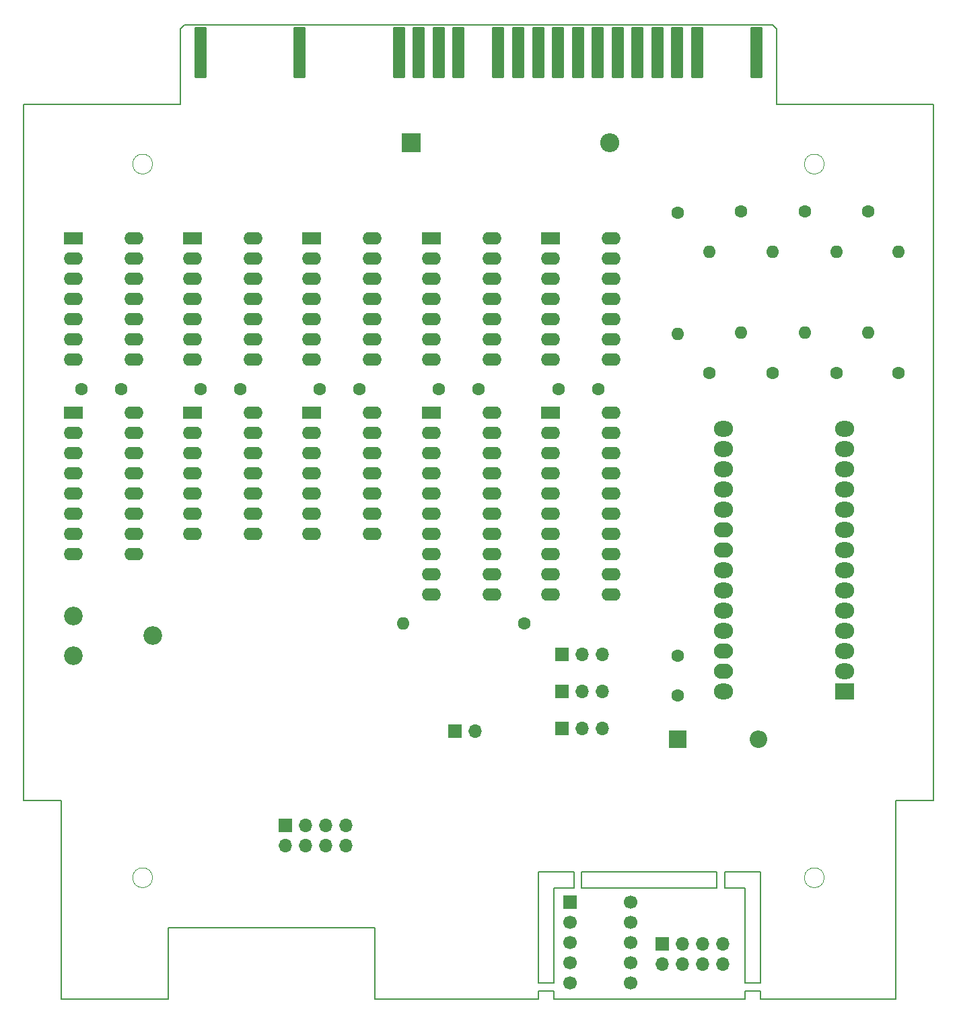
<source format=gbr>
%TF.GenerationSoftware,KiCad,Pcbnew,8.0.2*%
%TF.CreationDate,2024-05-13T23:51:40+02:00*%
%TF.ProjectId,M062.2,4d303632-2e32-42e6-9b69-6361645f7063,2*%
%TF.SameCoordinates,Original*%
%TF.FileFunction,Soldermask,Top*%
%TF.FilePolarity,Negative*%
%FSLAX46Y46*%
G04 Gerber Fmt 4.6, Leading zero omitted, Abs format (unit mm)*
G04 Created by KiCad (PCBNEW 8.0.2) date 2024-05-13 23:51:40*
%MOMM*%
%LPD*%
G01*
G04 APERTURE LIST*
G04 Aperture macros list*
%AMRoundRect*
0 Rectangle with rounded corners*
0 $1 Rounding radius*
0 $2 $3 $4 $5 $6 $7 $8 $9 X,Y pos of 4 corners*
0 Add a 4 corners polygon primitive as box body*
4,1,4,$2,$3,$4,$5,$6,$7,$8,$9,$2,$3,0*
0 Add four circle primitives for the rounded corners*
1,1,$1+$1,$2,$3*
1,1,$1+$1,$4,$5*
1,1,$1+$1,$6,$7*
1,1,$1+$1,$8,$9*
0 Add four rect primitives between the rounded corners*
20,1,$1+$1,$2,$3,$4,$5,0*
20,1,$1+$1,$4,$5,$6,$7,0*
20,1,$1+$1,$6,$7,$8,$9,0*
20,1,$1+$1,$8,$9,$2,$3,0*%
G04 Aperture macros list end*
%ADD10C,2.340000*%
%ADD11R,2.400000X1.600000*%
%ADD12O,2.400000X1.600000*%
%ADD13C,1.600000*%
%ADD14O,1.600000X1.600000*%
%ADD15R,2.400000X2.400000*%
%ADD16O,2.400000X2.400000*%
%ADD17RoundRect,0.150000X-0.600000X-3.100000X0.600000X-3.100000X0.600000X3.100000X-0.600000X3.100000X0*%
%ADD18R,1.700000X1.700000*%
%ADD19C,1.700000*%
%ADD20R,2.400000X2.000000*%
%ADD21O,2.400000X2.000000*%
%ADD22O,2.400000X1.900000*%
%ADD23O,1.700000X1.700000*%
%ADD24R,2.200000X2.200000*%
%ADD25O,2.200000X2.200000*%
%TA.AperFunction,Profile*%
%ADD26C,0.150000*%
%TD*%
%TA.AperFunction,Profile*%
%ADD27C,0.120000*%
%TD*%
G04 APERTURE END LIST*
D10*
%TO.C,RV1*%
X101000000Y-120500000D03*
X111000000Y-118000000D03*
X101000000Y-115500000D03*
%TD*%
D11*
%TO.C,U1*%
X116000000Y-68000000D03*
D12*
X116000000Y-70540000D03*
X116000000Y-73080000D03*
X116000000Y-75620000D03*
X116000000Y-78160000D03*
X116000000Y-80700000D03*
X116000000Y-83240000D03*
X123620000Y-83240000D03*
X123620000Y-80700000D03*
X123620000Y-78160000D03*
X123620000Y-75620000D03*
X123620000Y-73080000D03*
X123620000Y-70540000D03*
X123620000Y-68000000D03*
%TD*%
D13*
%TO.C,R6*%
X185000000Y-64680000D03*
D14*
X185000000Y-79920000D03*
%TD*%
D13*
%TO.C,R3*%
X197000000Y-85000000D03*
D14*
X197000000Y-69760000D03*
%TD*%
D15*
%TO.C,C1*%
X143500000Y-56000000D03*
D16*
X168500000Y-56000000D03*
%TD*%
D17*
%TO.C,X1*%
X186960000Y-44700000D03*
X179460000Y-44700000D03*
X176960000Y-44700000D03*
X174460000Y-44700000D03*
X171960000Y-44700000D03*
X169460000Y-44700000D03*
X166960000Y-44700000D03*
X164460000Y-44700000D03*
X161960000Y-44700000D03*
X159460000Y-44700000D03*
X156960000Y-44700000D03*
X154460000Y-44700000D03*
X149460000Y-44700000D03*
X146960000Y-44700000D03*
X144460000Y-44700000D03*
X141960000Y-44700000D03*
X129460000Y-44700000D03*
X116960000Y-44700000D03*
%TD*%
D13*
%TO.C,R9*%
X157740000Y-116500000D03*
D14*
X142500000Y-116500000D03*
%TD*%
D13*
%TO.C,R7*%
X181000000Y-85000000D03*
D14*
X181000000Y-69760000D03*
%TD*%
D18*
%TO.C,U12*%
X163500000Y-151500000D03*
D19*
X163500000Y-154040000D03*
X163500000Y-156580000D03*
X163500000Y-159120000D03*
X163500000Y-161660000D03*
X171120000Y-161660000D03*
X171120000Y-159120000D03*
X171120000Y-156580000D03*
X171120000Y-154040000D03*
X171120000Y-151500000D03*
%TD*%
D20*
%TO.C,U11*%
X198000000Y-125000000D03*
D21*
X198000000Y-122460000D03*
X198000000Y-119920000D03*
X198000000Y-117380000D03*
X198000000Y-114840000D03*
X198000000Y-112300000D03*
X198000000Y-109760000D03*
X198000000Y-107220000D03*
X198000000Y-104680000D03*
X198000000Y-102140000D03*
X198000000Y-99600000D03*
X198000000Y-97060000D03*
X198000000Y-94520000D03*
X198000000Y-91980000D03*
X182760000Y-91980000D03*
X182760000Y-94520000D03*
X182760000Y-97060000D03*
X182760000Y-99600000D03*
X182760000Y-102140000D03*
D22*
X182760000Y-104680000D03*
X182760000Y-107220000D03*
D21*
X182760000Y-109760000D03*
X182760000Y-112300000D03*
X182760000Y-114840000D03*
X182760000Y-117380000D03*
D22*
X182760000Y-119920000D03*
X182760000Y-122460000D03*
D21*
X182760000Y-125000000D03*
%TD*%
D13*
%TO.C,R1*%
X204760000Y-85000000D03*
D14*
X204760000Y-69760000D03*
%TD*%
D13*
%TO.C,R2*%
X201000000Y-64680000D03*
D14*
X201000000Y-79920000D03*
%TD*%
D11*
%TO.C,U9*%
X131000000Y-68000000D03*
D12*
X131000000Y-70540000D03*
X131000000Y-73080000D03*
X131000000Y-75620000D03*
X131000000Y-78160000D03*
X131000000Y-80700000D03*
X131000000Y-83240000D03*
X138620000Y-83240000D03*
X138620000Y-80700000D03*
X138620000Y-78160000D03*
X138620000Y-75620000D03*
X138620000Y-73080000D03*
X138620000Y-70540000D03*
X138620000Y-68000000D03*
%TD*%
D18*
%TO.C,JP4*%
X162475000Y-120350000D03*
D23*
X165015000Y-120350000D03*
X167555000Y-120350000D03*
%TD*%
D11*
%TO.C,U2*%
X146000000Y-68000000D03*
D12*
X146000000Y-70540000D03*
X146000000Y-73080000D03*
X146000000Y-75620000D03*
X146000000Y-78160000D03*
X146000000Y-80700000D03*
X146000000Y-83240000D03*
X153620000Y-83240000D03*
X153620000Y-80700000D03*
X153620000Y-78160000D03*
X153620000Y-75620000D03*
X153620000Y-73080000D03*
X153620000Y-70540000D03*
X153620000Y-68000000D03*
%TD*%
D24*
%TO.C,D1*%
X177000000Y-131000000D03*
D25*
X187160000Y-131000000D03*
%TD*%
D13*
%TO.C,C7*%
X177000000Y-125500000D03*
X177000000Y-120500000D03*
%TD*%
D11*
%TO.C,U3*%
X116000000Y-90000000D03*
D12*
X116000000Y-92540000D03*
X116000000Y-95080000D03*
X116000000Y-97620000D03*
X116000000Y-100160000D03*
X116000000Y-102700000D03*
X116000000Y-105240000D03*
X123620000Y-105240000D03*
X123620000Y-102700000D03*
X123620000Y-100160000D03*
X123620000Y-97620000D03*
X123620000Y-95080000D03*
X123620000Y-92540000D03*
X123620000Y-90000000D03*
%TD*%
D18*
%TO.C,JP2*%
X149000000Y-130000000D03*
D23*
X151540000Y-130000000D03*
%TD*%
D13*
%TO.C,C5*%
X152000000Y-87000000D03*
X147000000Y-87000000D03*
%TD*%
D18*
%TO.C,J1*%
X127650000Y-141875000D03*
D23*
X127650000Y-144415000D03*
X130190000Y-141875000D03*
X130190000Y-144415000D03*
X132730000Y-141875000D03*
X132730000Y-144415000D03*
X135270000Y-141875000D03*
X135270000Y-144415000D03*
%TD*%
D11*
%TO.C,U5*%
X101000000Y-90000000D03*
D12*
X101000000Y-92540000D03*
X101000000Y-95080000D03*
X101000000Y-97620000D03*
X101000000Y-100160000D03*
X101000000Y-102700000D03*
X101000000Y-105240000D03*
X101000000Y-107780000D03*
X108620000Y-107780000D03*
X108620000Y-105240000D03*
X108620000Y-102700000D03*
X108620000Y-100160000D03*
X108620000Y-97620000D03*
X108620000Y-95080000D03*
X108620000Y-92540000D03*
X108620000Y-90000000D03*
%TD*%
D13*
%TO.C,R4*%
X193000000Y-64680000D03*
D14*
X193000000Y-79920000D03*
%TD*%
D13*
%TO.C,C2*%
X107000000Y-87000000D03*
X102000000Y-87000000D03*
%TD*%
D11*
%TO.C,U8*%
X101000000Y-68000000D03*
D12*
X101000000Y-70540000D03*
X101000000Y-73080000D03*
X101000000Y-75620000D03*
X101000000Y-78160000D03*
X101000000Y-80700000D03*
X101000000Y-83240000D03*
X108620000Y-83240000D03*
X108620000Y-80700000D03*
X108620000Y-78160000D03*
X108620000Y-75620000D03*
X108620000Y-73080000D03*
X108620000Y-70540000D03*
X108620000Y-68000000D03*
%TD*%
D13*
%TO.C,R8*%
X177000000Y-64840000D03*
D14*
X177000000Y-80080000D03*
%TD*%
D11*
%TO.C,U7*%
X161000000Y-90000000D03*
D12*
X161000000Y-92540000D03*
X161000000Y-95080000D03*
X161000000Y-97620000D03*
X161000000Y-100160000D03*
X161000000Y-102700000D03*
X161000000Y-105240000D03*
X161000000Y-107780000D03*
X161000000Y-110320000D03*
X161000000Y-112860000D03*
X168620000Y-112860000D03*
X168620000Y-110320000D03*
X168620000Y-107780000D03*
X168620000Y-105240000D03*
X168620000Y-102700000D03*
X168620000Y-100160000D03*
X168620000Y-97620000D03*
X168620000Y-95080000D03*
X168620000Y-92540000D03*
X168620000Y-90000000D03*
%TD*%
D13*
%TO.C,R5*%
X189000000Y-85000000D03*
D14*
X189000000Y-69760000D03*
%TD*%
D13*
%TO.C,C6*%
X167000000Y-87000000D03*
X162000000Y-87000000D03*
%TD*%
%TO.C,C3*%
X122000000Y-87000000D03*
X117000000Y-87000000D03*
%TD*%
D11*
%TO.C,U4*%
X161000000Y-68000000D03*
D12*
X161000000Y-70540000D03*
X161000000Y-73080000D03*
X161000000Y-75620000D03*
X161000000Y-78160000D03*
X161000000Y-80700000D03*
X161000000Y-83240000D03*
X168620000Y-83240000D03*
X168620000Y-80700000D03*
X168620000Y-78160000D03*
X168620000Y-75620000D03*
X168620000Y-73080000D03*
X168620000Y-70540000D03*
X168620000Y-68000000D03*
%TD*%
D13*
%TO.C,C4*%
X137000000Y-87000000D03*
X132000000Y-87000000D03*
%TD*%
D11*
%TO.C,U10*%
X146000000Y-90000000D03*
D12*
X146000000Y-92540000D03*
X146000000Y-95080000D03*
X146000000Y-97620000D03*
X146000000Y-100160000D03*
X146000000Y-102700000D03*
X146000000Y-105240000D03*
X146000000Y-107780000D03*
X146000000Y-110320000D03*
X146000000Y-112860000D03*
X153620000Y-112860000D03*
X153620000Y-110320000D03*
X153620000Y-107780000D03*
X153620000Y-105240000D03*
X153620000Y-102700000D03*
X153620000Y-100160000D03*
X153620000Y-97620000D03*
X153620000Y-95080000D03*
X153620000Y-92540000D03*
X153620000Y-90000000D03*
%TD*%
D18*
%TO.C,JP1*%
X162475000Y-129650000D03*
D23*
X165015000Y-129650000D03*
X167555000Y-129650000D03*
%TD*%
D18*
%TO.C,JP3*%
X162475000Y-125000000D03*
D23*
X165015000Y-125000000D03*
X167555000Y-125000000D03*
%TD*%
D11*
%TO.C,U6*%
X131000000Y-90000000D03*
D12*
X131000000Y-92540000D03*
X131000000Y-95080000D03*
X131000000Y-97620000D03*
X131000000Y-100160000D03*
X131000000Y-102700000D03*
X131000000Y-105240000D03*
X138620000Y-105240000D03*
X138620000Y-102700000D03*
X138620000Y-100160000D03*
X138620000Y-97620000D03*
X138620000Y-95080000D03*
X138620000Y-92540000D03*
X138620000Y-90000000D03*
%TD*%
D18*
%TO.C,J2*%
X175080000Y-156760000D03*
D23*
X175080000Y-159300000D03*
X177620000Y-156760000D03*
X177620000Y-159300000D03*
X180160000Y-156760000D03*
X180160000Y-159300000D03*
X182700000Y-156760000D03*
X182700000Y-159300000D03*
%TD*%
D26*
%TO.C,X1*%
X94710000Y-51200000D02*
X94710000Y-138700000D01*
X99460000Y-138700000D02*
X94710000Y-138700000D01*
X99460000Y-138700000D02*
X99460000Y-163700000D01*
X112960000Y-154700000D02*
X112960000Y-163700000D01*
X112960000Y-154700000D02*
X138960000Y-154700000D01*
X112960000Y-163700000D02*
X99460000Y-163700000D01*
X114460000Y-41700000D02*
X114960000Y-41200000D01*
X114460000Y-51200000D02*
X94710000Y-51200000D01*
X114460000Y-51200000D02*
X114460000Y-41700000D01*
X114960000Y-41200000D02*
X188960000Y-41200000D01*
X138960000Y-154700000D02*
X138960000Y-163700000D01*
X159460000Y-147700000D02*
X159460000Y-161700000D01*
X159460000Y-161700000D02*
X161460000Y-161700000D01*
X159460000Y-162700000D02*
X159460000Y-163700000D01*
X159460000Y-162700000D02*
X161460000Y-162700000D01*
X159460000Y-163700000D02*
X138960000Y-163700000D01*
X161460000Y-149700000D02*
X161460000Y-161700000D01*
X161460000Y-162700000D02*
X161460000Y-163700000D01*
X163960000Y-147700000D02*
X159460000Y-147700000D01*
X163960000Y-147700000D02*
X163960000Y-149700000D01*
X163960000Y-149700000D02*
X161460000Y-149700000D01*
X164960000Y-147700000D02*
X164960000Y-149700000D01*
X164960000Y-147700000D02*
X181960000Y-147700000D01*
X164960000Y-149700000D02*
X181960000Y-149700000D01*
X181960000Y-149700000D02*
X181960000Y-147700000D01*
X182960000Y-147700000D02*
X187460000Y-147700000D01*
X182960000Y-149700000D02*
X182960000Y-147700000D01*
X182960000Y-149700000D02*
X185460000Y-149700000D01*
X185460000Y-149700000D02*
X185460000Y-161700000D01*
X185460000Y-161700000D02*
X187460000Y-161700000D01*
X185460000Y-162700000D02*
X185460000Y-163700000D01*
X185460000Y-162700000D02*
X187460000Y-162700000D01*
X185460000Y-163700000D02*
X161460000Y-163700000D01*
X187460000Y-147700000D02*
X187460000Y-161700000D01*
X187460000Y-162700000D02*
X187460000Y-163700000D01*
X189460000Y-41700000D02*
X188960000Y-41200000D01*
X189460000Y-41700000D02*
X189460000Y-51200000D01*
X189460000Y-51200000D02*
X209210000Y-51200000D01*
X204460000Y-138700000D02*
X204460000Y-163700000D01*
X204460000Y-163700000D02*
X187460000Y-163700000D01*
X209210000Y-51200000D02*
X209210000Y-138700000D01*
X209210000Y-138700000D02*
X204460000Y-138700000D01*
D27*
X110960000Y-58700000D02*
G75*
G02*
X108460000Y-58700000I-1250000J0D01*
G01*
X108460000Y-58700000D02*
G75*
G02*
X110960000Y-58700000I1250000J0D01*
G01*
X110960000Y-148450000D02*
G75*
G02*
X108460000Y-148450000I-1250000J0D01*
G01*
X108460000Y-148450000D02*
G75*
G02*
X110960000Y-148450000I1250000J0D01*
G01*
X195460000Y-58700000D02*
G75*
G02*
X192960000Y-58700000I-1250000J0D01*
G01*
X192960000Y-58700000D02*
G75*
G02*
X195460000Y-58700000I1250000J0D01*
G01*
X195460000Y-148450000D02*
G75*
G02*
X192960000Y-148450000I-1250000J0D01*
G01*
X192960000Y-148450000D02*
G75*
G02*
X195460000Y-148450000I1250000J0D01*
G01*
%TD*%
M02*

</source>
